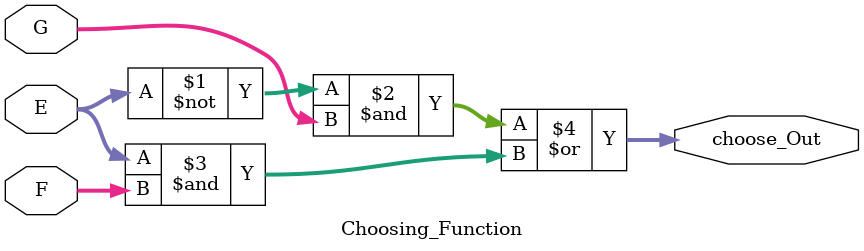
<source format=sv>
`timescale 1ns / 1ps
module Choosing_Function #(parameter BIT_W = 32)
(
	input logic[BIT_W - 1:0] E,
	input logic[BIT_W - 1:0] F,
	input logic[BIT_W - 1:0] G,

	output logic[BIT_W - 1:0] choose_Out
);
//from boolean logic out = (!E)&G + E&F 
assign choose_Out = (~E)&G | E&F;

endmodule

</source>
